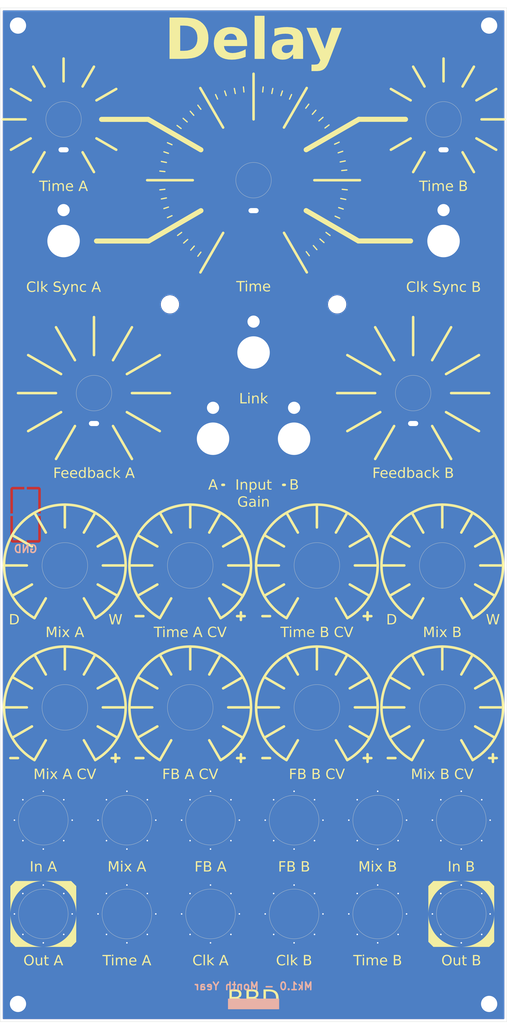
<source format=kicad_pcb>
(kicad_pcb (version 20241229) (generator "pcbnew") (generator_version "9.0")
  (title_block (title "Kosmo Format Front Panel - 10 cm") (company "DMH Instruments"))
  (layers (0 "F.Cu" signal) (2 "B.Cu" signal) (13 "F.Paste" user) (15 "B.Paste" user) (5 "F.SilkS" user "F.Silkscreen") (7 "B.SilkS" user "B.Silkscreen") (1 "F.Mask" user) (3 "B.Mask" user) (25 "Edge.Cuts" user))
  (property "Function" "")
  (net 0 "")
  (net 1 "GND")
  (footprint "SynthStuff:Pot_Cutout_Tiny_text_P110KH1" (layer "F.Cu") (at 62.75 140)
    (property "Reference" "H14")
    (property "Value" "Mix A" (at 0 13.3 0) (layer "F.SilkS") (effects (font (size 2 2))))
    (property "Text1" "D" (at -10 10.8 0) (layer "F.SilkS") (effects (font (size 2 2) (thickness 0.1))))
    (property "Text2" "W" (at 10 10.8 0) (layer "F.SilkS") (effects (font (size 2 2))))
    (fp_line (start -7.499998 0) (end -12 0) (stroke (width 0.5)) (layer "F.SilkS"))
    (fp_line (start -6.49301 -3.753771) (end -10.394285 -5.996567) (stroke (width 0.5)) (layer "F.SilkS"))
    (fp_line (start -6.49301 3.753772) (end -10.394227 5.996669) (stroke (width 0.5)) (layer "F.SilkS"))
    (fp_line (start -3.753772 -6.49301) (end -5.996669 -10.394227) (stroke (width 0.5)) (layer "F.SilkS"))
    (fp_line (start -3.753771 6.49301) (end -5.996567 10.394285) (stroke (width 0.5)) (layer "F.SilkS"))
    (fp_line (start 0 -7.5) (end 0 -12) (stroke (width 0.5)) (layer "F.SilkS"))
    (fp_line (start 3.753771 -6.49301) (end 5.996567 -10.394285) (stroke (width 0.5)) (layer "F.SilkS"))
    (fp_line (start 3.753772 6.49301) (end 5.996669 10.394227) (stroke (width 0.5)) (layer "F.SilkS"))
    (fp_line (start 6.49301 -3.753772) (end 10.394227 -5.996669) (stroke (width 0.5)) (layer "F.SilkS"))
    (fp_line (start 6.49301 3.753771) (end 10.394285 5.996567) (stroke (width 0.5)) (layer "F.SilkS"))
    (fp_line (start 7.5 0) (end 12 0) (stroke (width 0.5)) (layer "F.SilkS"))
    (fp_arc (start -5.996567 10.394285) (mid -11.591622 -3.103914) (end 0 -11.999999) (stroke (width 0.5)) (layer "F.SilkS"))
    (fp_arc (start 0 -11.999996) (mid 11.591604 -3.103969) (end 5.996669 10.394227) (stroke (width 0.5)) (layer "F.SilkS"))
    (fp_circle (center 0 0) (end 4.5 0) (stroke (width 0.05)) (fill no) (layer "Edge.Cuts"))
    (pad "1" connect circle (at 0 0) (size 12 12) (layers "F.Cu" "F.Mask") (net 1 "GND"))
    (pad "1" connect circle (at 0 0) (size 12 12) (layers "B.Cu" "B.Mask") (net 1 "GND"))
  )
  (footprint "SynthStuff:MountingHole_Rails" (layer "F.Cu") (at 53.5 226.5)
    (property "Reference" "H3")
    (property "Value" "MountingHole_Rails" (hide yes))
    (pad "1" thru_hole circle (at 0 0) (size 4 4) (drill 3.2) (layers "*.Cu" "*.Mask") (net 1 "GND"))
  )
  (footprint "SynthStuff:Jack_6.35mm_Cutout_v3" (layer "F.Cu") (at 108 190.25)
    (property "Reference" "H27")
    (property "Value" "FB B" (at 0 9.3 0) (layer "F.SilkS") (effects (font (size 2 2))))
    (fp_circle (center 0 0) (end 0 -4.9) (stroke (width 0.05)) (fill no) (layer "Edge.Cuts"))
    (pad "1" thru_hole circle (at -5.7 0) (size 0.5 0.5) (drill 0.3) (layers "*.Cu" "*.Mask") (net 1 "GND"))
    (pad "1" thru_hole circle (at -4.04 -4.03) (size 0.5 0.5) (drill 0.3) (layers "*.Cu" "*.Mask") (net 1 "GND"))
    (pad "1" thru_hole circle (at -4.03 4.04) (size 0.5 0.5) (drill 0.3) (layers "*.Cu" "*.Mask") (net 1 "GND"))
    (pad "1" thru_hole circle (at 0 -5.7) (size 0.5 0.5) (drill 0.3) (layers "*.Cu" "*.Mask") (net 1 "GND"))
    (pad "1" connect circle (at 0 0) (size 12 12) (layers "F.Cu" "F.Mask") (net 1 "GND"))
    (pad "1" connect circle (at 0 0) (size 12 12) (layers "B.Cu" "B.Mask") (net 1 "GND"))
    (pad "1" thru_hole circle (at 0 5.7) (size 0.5 0.5) (drill 0.3) (layers "*.Cu" "*.Mask") (net 1 "GND"))
    (pad "1" thru_hole circle (at 4.03 4.04) (size 0.5 0.5) (drill 0.3) (layers "*.Cu" "*.Mask") (net 1 "GND"))
    (pad "1" thru_hole circle (at 4.04 -4.03) (size 0.5 0.5) (drill 0.3) (layers "*.Cu" "*.Mask") (net 1 "GND"))
    (pad "1" thru_hole circle (at 5.7 0) (size 0.5 0.5) (drill 0.3) (layers "*.Cu" "*.Mask") (net 1 "GND"))
  )
  (footprint "SynthStuff:Jack_6.35mm_Cutout_v3" (layer "F.Cu") (at 58.5 190.25)
    (property "Reference" "H20")
    (property "Value" "In A" (at 0 9.3 0) (layer "F.SilkS") (effects (font (size 2 2))))
    (fp_circle (center 0 0) (end 0 -4.9) (stroke (width 0.05)) (fill no) (layer "Edge.Cuts"))
    (pad "1" thru_hole circle (at -5.7 0) (size 0.5 0.5) (drill 0.3) (layers "*.Cu" "*.Mask") (net 1 "GND"))
    (pad "1" thru_hole circle (at -4.04 -4.03) (size 0.5 0.5) (drill 0.3) (layers "*.Cu" "*.Mask") (net 1 "GND"))
    (pad "1" thru_hole circle (at -4.03 4.04) (size 0.5 0.5) (drill 0.3) (layers "*.Cu" "*.Mask") (net 1 "GND"))
    (pad "1" thru_hole circle (at 0 -5.7) (size 0.5 0.5) (drill 0.3) (layers "*.Cu" "*.Mask") (net 1 "GND"))
    (pad "1" connect circle (at 0 0) (size 12 12) (layers "F.Cu" "F.Mask") (net 1 "GND"))
    (pad "1" connect circle (at 0 0) (size 12 12) (layers "B.Cu" "B.Mask") (net 1 "GND"))
    (pad "1" thru_hole circle (at 0 5.7) (size 0.5 0.5) (drill 0.3) (layers "*.Cu" "*.Mask") (net 1 "GND"))
    (pad "1" thru_hole circle (at 4.03 4.04) (size 0.5 0.5) (drill 0.3) (layers "*.Cu" "*.Mask") (net 1 "GND"))
    (pad "1" thru_hole circle (at 4.04 -4.03) (size 0.5 0.5) (drill 0.3) (layers "*.Cu" "*.Mask") (net 1 "GND"))
    (pad "1" thru_hole circle (at 5.7 0) (size 0.5 0.5) (drill 0.3) (layers "*.Cu" "*.Mask") (net 1 "GND"))
  )
  (footprint "SynthStuff:Jack_6.35mm_Cutout_v3" (layer "F.Cu") (at 91.5 208.75)
    (property "Reference" "H34")
    (property "Value" "Clk A" (at 0 9.3 0) (layer "F.SilkS") (effects (font (size 2 2))))
    (fp_circle (center 0 0) (end 0 -4.9) (stroke (width 0.05)) (fill no) (layer "Edge.Cuts"))
    (pad "1" thru_hole circle (at -5.7 0) (size 0.5 0.5) (drill 0.3) (layers "*.Cu" "*.Mask") (net 1 "GND"))
    (pad "1" thru_hole circle (at -4.04 -4.03) (size 0.5 0.5) (drill 0.3) (layers "*.Cu" "*.Mask") (net 1 "GND"))
    (pad "1" thru_hole circle (at -4.03 4.04) (size 0.5 0.5) (drill 0.3) (layers "*.Cu" "*.Mask") (net 1 "GND"))
    (pad "1" thru_hole circle (at 0 -5.7) (size 0.5 0.5) (drill 0.3) (layers "*.Cu" "*.Mask") (net 1 "GND"))
    (pad "1" connect circle (at 0 0) (size 12 12) (layers "F.Cu" "F.Mask") (net 1 "GND"))
    (pad "1" connect circle (at 0 0) (size 12 12) (layers "B.Cu" "B.Mask") (net 1 "GND"))
    (pad "1" thru_hole circle (at 0 5.7) (size 0.5 0.5) (drill 0.3) (layers "*.Cu" "*.Mask") (net 1 "GND"))
    (pad "1" thru_hole circle (at 4.03 4.04) (size 0.5 0.5) (drill 0.3) (layers "*.Cu" "*.Mask") (net 1 "GND"))
    (pad "1" thru_hole circle (at 4.04 -4.03) (size 0.5 0.5) (drill 0.3) (layers "*.Cu" "*.Mask") (net 1 "GND"))
    (pad "1" thru_hole circle (at 5.7 0) (size 0.5 0.5) (drill 0.3) (layers "*.Cu" "*.Mask") (net 1 "GND"))
  )
  (footprint "SynthStuff:Pot_Cutout_Small" (layer "F.Cu") (at 68.5 106)
    (property "Reference" "H6")
    (property "Value" "Feedback A" (at 0 15.9 0) (layer "F.SilkS") (effects (font (size 2 2))))
    (fp_line (start -7.499998 0) (end -15 0) (stroke (width 0.5)) (layer "F.SilkS"))
    (fp_line (start -6.49301 -3.753771) (end -12.992858 -7.495709) (stroke (width 0.5)) (layer "F.SilkS"))
    (fp_line (start -6.49301 3.753772) (end -12.992781 7.495835) (stroke (width 0.5)) (layer "F.SilkS"))
    (fp_line (start -3.753772 -6.49301) (end -7.495837 -12.992783) (stroke (width 0.5)) (layer "F.SilkS"))
    (fp_line (start -3.753771 6.49301) (end -7.495708 12.992854) (stroke (width 0.5)) (layer "F.SilkS"))
    (fp_line (start 0 -7.5) (end 0 -15) (stroke (width 0.5)) (layer "F.SilkS"))
    (fp_line (start 3.753771 -6.49301) (end 7.495709 -12.992858) (stroke (width 0.5)) (layer "F.SilkS"))
    (fp_line (start 3.753772 6.49301) (end 7.495835 12.992782) (stroke (width 0.5)) (layer "F.SilkS"))
    (fp_line (start 6.49301 -3.753772) (end 12.992783 -7.495836) (stroke (width 0.5)) (layer "F.SilkS"))
    (fp_line (start 6.49301 3.753771) (end 12.992855 7.495709) (stroke (width 0.5)) (layer "F.SilkS"))
    (fp_line (start 7.5 0) (end 14.999999 0) (stroke (width 0.5)) (layer "F.SilkS"))
    (fp_circle (center 0 0) (end 0 3.5) (stroke (width 0.05)) (fill no) (layer "Edge.Cuts"))
    (pad "1" connect circle (at 0 0) (size 12 12) (layers "F.Cu" "F.Mask") (net 1 "GND"))
    (pad "1" connect circle (at 0 0) (size 12 12) (layers "B.Cu" "B.Mask") (net 1 "GND"))
    (pad "1" thru_hole oval (at 0 6) (size 2.5 1.5) (drill oval 2 1) (layers "*.Cu" "*.Mask") (net 1 "GND"))
  )
  (footprint "SynthStuff:Toggle_Switch_TE_Cutout" (layer "F.Cu") (at 92 115)
    (property "Reference" "H12")
    (property "Value" "A" (at 0 9.2 0) (layer "F.SilkS") (effects (font (size 2 2))))
    (pad "1" thru_hole circle (at 0 -6.1) (size 2.9 2.9) (drill 2.4) (layers "*.Cu" "*.Mask") (net 1 "GND"))
    (pad "1" thru_hole circle (at 0 0) (size 13 13) (drill 6.4) (layers "*.Cu" "*.Mask") (net 1 "GND"))
  )
  (footprint "SynthStuff:Pot_Cutout_Small" (layer "F.Cu") (at 131.5 106)
    (property "Reference" "H24")
    (property "Value" "Feedback B" (at 0 15.9 0) (layer "F.SilkS") (effects (font (size 2 2))))
    (fp_line (start -7.499998 0) (end -15 0) (stroke (width 0.5)) (layer "F.SilkS"))
    (fp_line (start -6.49301 -3.753771) (end -12.992858 -7.495709) (stroke (width 0.5)) (layer "F.SilkS"))
    (fp_line (start -6.49301 3.753772) (end -12.992781 7.495835) (stroke (width 0.5)) (layer "F.SilkS"))
    (fp_line (start -3.753772 -6.49301) (end -7.495837 -12.992783) (stroke (width 0.5)) (layer "F.SilkS"))
    (fp_line (start -3.753771 6.49301) (end -7.495708 12.992854) (stroke (width 0.5)) (layer "F.SilkS"))
    (fp_line (start 0 -7.5) (end 0 -15) (stroke (width 0.5)) (layer "F.SilkS"))
    (fp_line (start 3.753771 -6.49301) (end 7.495709 -12.992858) (stroke (width 0.5)) (layer "F.SilkS"))
    (fp_line (start 3.753772 6.49301) (end 7.495835 12.992782) (stroke (width 0.5)) (layer "F.SilkS"))
    (fp_line (start 6.49301 -3.753772) (end 12.992783 -7.495836) (stroke (width 0.5)) (layer "F.SilkS"))
    (fp_line (start 6.49301 3.753771) (end 12.992855 7.495709) (stroke (width 0.5)) (layer "F.SilkS"))
    (fp_line (start 7.5 0) (end 14.999999 0) (stroke (width 0.5)) (layer "F.SilkS"))
    (fp_circle (center 0 0) (end 0 3.5) (stroke (width 0.05)) (fill no) (layer "Edge.Cuts"))
    (pad "1" connect circle (at 0 0) (size 12 12) (layers "F.Cu" "F.Mask") (net 1 "GND"))
    (pad "1" connect circle (at 0 0) (size 12 12) (layers "B.Cu" "B.Mask") (net 1 "GND"))
    (pad "1" thru_hole oval (at 0 6) (size 2.5 1.5) (drill oval 2 1) (layers "*.Cu" "*.Mask") (net 1 "GND"))
  )
  (footprint "SynthStuff:Jack_6.35mm_Cutout_v3" (layer "F.Cu") (at 75 190.25)
    (property "Reference" "H32")
    (property "Value" "Mix A" (at 0 9.3 0) (layer "F.SilkS") (effects (font (size 2 2))))
    (fp_circle (center 0 0) (end 0 -4.9) (stroke (width 0.05)) (fill no) (layer "Edge.Cuts"))
    (pad "1" thru_hole circle (at -5.7 0) (size 0.5 0.5) (drill 0.3) (layers "*.Cu" "*.Mask") (net 1 "GND"))
    (pad "1" thru_hole circle (at -4.04 -4.03) (size 0.5 0.5) (drill 0.3) (layers "*.Cu" "*.Mask") (net 1 "GND"))
    (pad "1" thru_hole circle (at -4.03 4.04) (size 0.5 0.5) (drill 0.3) (layers "*.Cu" "*.Mask") (net 1 "GND"))
    (pad "1" thru_hole circle (at 0 -5.7) (size 0.5 0.5) (drill 0.3) (layers "*.Cu" "*.Mask") (net 1 "GND"))
    (pad "1" connect circle (at 0 0) (size 12 12) (layers "F.Cu" "F.Mask") (net 1 "GND"))
    (pad "1" connect circle (at 0 0) (size 12 12) (layers "B.Cu" "B.Mask") (net 1 "GND"))
    (pad "1" thru_hole circle (at 0 5.7) (size 0.5 0.5) (drill 0.3) (layers "*.Cu" "*.Mask") (net 1 "GND"))
    (pad "1" thru_hole circle (at 4.03 4.04) (size 0.5 0.5) (drill 0.3) (layers "*.Cu" "*.Mask") (net 1 "GND"))
    (pad "1" thru_hole circle (at 4.04 -4.03) (size 0.5 0.5) (drill 0.3) (layers "*.Cu" "*.Mask") (net 1 "GND"))
    (pad "1" thru_hole circle (at 5.7 0) (size 0.5 0.5) (drill 0.3) (layers "*.Cu" "*.Mask") (net 1 "GND"))
  )
  (footprint "SynthStuff:Jack_6.35mm_Cutout_Output_v6" (layer "F.Cu") (at 141 208.75)
    (property "Reference" "H23")
    (property "Value" "Out B" (at 0 9.3 0) (layer "F.SilkS") (effects (font (size 2 2))))
    (fp_poly (pts (xy -6.5 5.5) (arc (start -6.5 0) (mid -4.596194 4.596194) (end 0 6.5)) (xy -5.5 6.5)) (fill yes) (layer "F.SilkS"))
    (fp_poly (pts (xy -5.5 -6.5) (arc (start 0 -6.5) (mid -4.596194 -4.596194) (end -6.5 0)) (xy -6.5 -5.5)) (fill yes) (layer "F.SilkS"))
    (fp_poly (pts (xy 5.5 6.5) (arc (start 0 6.5) (mid 4.596194 4.596194) (end 6.5 0)) (xy 6.5 5.5)) (fill yes) (layer "F.SilkS"))
    (fp_poly (pts (xy 6.5 -5.5) (arc (start 6.5 0) (mid 4.596194 -4.596194) (end 0 -6.5)) (xy 5.5 -6.5)) (fill yes) (layer "F.SilkS"))
    (fp_circle (center 0 0) (end 0 -4.9) (stroke (width 0.05)) (fill no) (layer "Edge.Cuts"))
    (pad "1" thru_hole circle (at -5.7 0) (size 0.5 0.5) (drill 0.3) (layers "*.Cu" "*.Mask") (net 1 "GND"))
    (pad "1" thru_hole circle (at -4.04 -4.03) (size 0.5 0.5) (drill 0.3) (layers "*.Cu" "*.Mask") (net 1 "GND"))
    (pad "1" thru_hole circle (at -4.03 4.04) (size 0.5 0.5) (drill 0.3) (layers "*.Cu" "*.Mask") (net 1 "GND"))
    (pad "1" thru_hole circle (at 0 -5.7) (size 0.5 0.5) (drill 0.3) (layers "*.Cu" "*.Mask") (net 1 "GND"))
    (pad "1" connect circle (at 0 0) (size 12 12) (layers "F.Cu" "F.Mask") (net 1 "GND"))
    (pad "1" connect circle (at 0 0) (size 12 12) (layers "B.Cu" "B.Mask") (net 1 "GND"))
    (pad "1" thru_hole circle (at 0 5.7) (size 0.5 0.5) (drill 0.3) (layers "*.Cu" "*.Mask") (net 1 "GND"))
    (pad "1" thru_hole circle (at 4.03 4.04) (size 0.5 0.5) (drill 0.3) (layers "*.Cu" "*.Mask") (net 1 "GND"))
    (pad "1" thru_hole circle (at 4.04 -4.03) (size 0.5 0.5) (drill 0.3) (layers "*.Cu" "*.Mask") (net 1 "GND"))
    (pad "1" thru_hole circle (at 5.7 0) (size 0.5 0.5) (drill 0.3) (layers "*.Cu" "*.Mask") (net 1 "GND"))
  )
  (footprint "SynthStuff:Toggle_Switch_TE_Cutout" (layer "F.Cu") (at 137.5 76)
    (property "Reference" "H19")
    (property "Value" "Clk Sync B" (at 0 9.2 0) (layer "F.SilkS") (effects (font (size 2 2))))
    (pad "1" thru_hole circle (at 0 -6.1) (size 2.9 2.9) (drill 2.4) (layers "*.Cu" "*.Mask") (net 1 "GND"))
    (pad "1" thru_hole circle (at 0 0) (size 13 13) (drill 6.4) (layers "*.Cu" "*.Mask") (net 1 "GND"))
  )
  (footprint "SynthStuff:Pot_Cutout_Tiny_attv_P110KH1" (layer "F.Cu") (at 137.25 168)
    (property "Reference" "H16")
    (property "Value" "Mix B CV" (at 0 13.3 0) (layer "F.SilkS") (effects (font (size 2 2))))
    (fp_line (start -10.75 10) (end -9.25 10) (stroke (width 0.5)) (layer "F.SilkS"))
    (fp_line (start -7.499998 0) (end -12 0) (stroke (width 0.5)) (layer "F.SilkS"))
    (fp_line (start -6.49301 -3.753771) (end -10.394285 -5.996567) (stroke (width 0.5)) (layer "F.SilkS"))
    (fp_line (start -6.49301 3.753772) (end -10.394227 5.996669) (stroke (width 0.5)) (layer "F.SilkS"))
    (fp_line (start -3.753772 -6.49301) (end -5.996669 -10.394227) (stroke (width 0.5)) (layer "F.SilkS"))
    (fp_line (start -3.753771 6.49301) (end -5.996567 10.394285) (stroke (width 0.5)) (layer "F.SilkS"))
    (fp_line (start 0 -7.5) (end 0 -12) (stroke (width 0.5)) (layer "F.SilkS"))
    (fp_line (start 3.753771 -6.49301) (end 5.996567 -10.394285) (stroke (width 0.5)) (layer "F.SilkS"))
    (fp_line (start 3.753772 6.49301) (end 5.996669 10.394227) (stroke (width 0.5)) (layer "F.SilkS"))
    (fp_line (start 6.49301 -3.753772) (end 10.394227 -5.996669) (stroke (width 0.5)) (layer "F.SilkS"))
    (fp_line (start 6.49301 3.753771) (end 10.394285 5.996567) (stroke (width 0.5)) (layer "F.SilkS"))
    (fp_line (start 7.5 0) (end 12 0) (stroke (width 0.5)) (layer "F.SilkS"))
    (fp_line (start 9.25 10) (end 10.75 10) (stroke (width 0.5)) (layer "F.SilkS"))
    (fp_line (start 10 10.75) (end 10 9.25) (stroke (width 0.5)) (layer "F.SilkS"))
    (fp_arc (start -5.996567 10.394285) (mid -11.591622 -3.103914) (end 0 -11.999999) (stroke (width 0.5)) (layer "F.SilkS"))
    (fp_arc (start 0 -11.999996) (mid 11.591604 -3.103969) (end 5.996669 10.394227) (stroke (width 0.5)) (layer "F.SilkS"))
    (fp_circle (center 0 0) (end 4.5 0) (stroke (width 0.05)) (fill no) (layer "Edge.Cuts"))
    (pad "1" connect circle (at 0 0) (size 12 12) (layers "F.Cu" "F.Mask") (net 1 "GND"))
    (pad "1" connect circle (at 0 0) (size 12 12) (layers "B.Cu" "B.Mask") (net 1 "GND"))
  )
  (footprint "SynthStuff:Jack_6.35mm_Cutout_Output_v6" (layer "F.Cu") (at 58.5 208.75)
    (property "Reference" "H22")
    (property "Value" "Out A" (at 0 9.3 0) (layer "F.SilkS") (effects (font (size 2 2))))
    (fp_poly (pts (xy -6.5 5.5) (arc (start -6.5 0) (mid -4.596194 4.596194) (end 0 6.5)) (xy -5.5 6.5)) (fill yes) (layer "F.SilkS"))
    (fp_poly (pts (xy -5.5 -6.5) (arc (start 0 -6.5) (mid -4.596194 -4.596194) (end -6.5 0)) (xy -6.5 -5.5)) (fill yes) (layer "F.SilkS"))
    (fp_poly (pts (xy 5.5 6.5) (arc (start 0 6.5) (mid 4.596194 4.596194) (end 6.5 0)) (xy 6.5 5.5)) (fill yes) (layer "F.SilkS"))
    (fp_poly (pts (xy 6.5 -5.5) (arc (start 6.5 0) (mid 4.596194 -4.596194) (end 0 -6.5)) (xy 5.5 -6.5)) (fill yes) (layer "F.SilkS"))
    (fp_circle (center 0 0) (end 0 -4.9) (stroke (width 0.05)) (fill no) (layer "Edge.Cuts"))
    (pad "1" thru_hole circle (at -5.7 0) (size 0.5 0.5) (drill 0.3) (layers "*.Cu" "*.Mask") (net 1 "GND"))
    (pad "1" thru_hole circle (at -4.04 -4.03) (size 0.5 0.5) (drill 0.3) (layers "*.Cu" "*.Mask") (net 1 "GND"))
    (pad "1" thru_hole circle (at -4.03 4.04) (size 0.5 0.5) (drill 0.3) (layers "*.Cu" "*.Mask") (net 1 "GND"))
    (pad "1" thru_hole circle (at 0 -5.7) (size 0.5 0.5) (drill 0.3) (layers "*.Cu" "*.Mask") (net 1 "GND"))
    (pad "1" connect circle (at 0 0) (size 12 12) (layers "F.Cu" "F.Mask") (net 1 "GND"))
    (pad "1" connect circle (at 0 0) (size 12 12) (layers "B.Cu" "B.Mask") (net 1 "GND"))
    (pad "1" thru_hole circle (at 0 5.7) (size 0.5 0.5) (drill 0.3) (layers "*.Cu" "*.Mask") (net 1 "GND"))
    (pad "1" thru_hole circle (at 4.03 4.04) (size 0.5 0.5) (drill 0.3) (layers "*.Cu" "*.Mask") (net 1 "GND"))
    (pad "1" thru_hole circle (at 4.04 -4.03) (size 0.5 0.5) (drill 0.3) (layers "*.Cu" "*.Mask") (net 1 "GND"))
    (pad "1" thru_hole circle (at 5.7 0) (size 0.5 0.5) (drill 0.3) (layers "*.Cu" "*.Mask") (net 1 "GND"))
  )
  (footprint "SynthStuff:Pot_Cutout_Tiny_attv_P110KH1" (layer "F.Cu") (at 112.5 140)
    (property "Reference" "H11")
    (property "Value" "Time B CV" (at 0 13.3 0) (layer "F.SilkS") (effects (font (size 2 2))))
    (fp_line (start -10.75 10) (end -9.25 10) (stroke (width 0.5)) (layer "F.SilkS"))
    (fp_line (start -7.499998 0) (end -12 0) (stroke (width 0.5)) (layer "F.SilkS"))
    (fp_line (start -6.49301 -3.753771) (end -10.394285 -5.996567) (stroke (width 0.5)) (layer "F.SilkS"))
    (fp_line (start -6.49301 3.753772) (end -10.394227 5.996669) (stroke (width 0.5)) (layer "F.SilkS"))
    (fp_line (start -3.753772 -6.49301) (end -5.996669 -10.394227) (stroke (width 0.5)) (layer "F.SilkS"))
    (fp_line (start -3.753771 6.49301) (end -5.996567 10.394285) (stroke (width 0.5)) (layer "F.SilkS"))
    (fp_line (start 0 -7.5) (end 0 -12) (stroke (width 0.5)) (layer "F.SilkS"))
    (fp_line (start 3.753771 -6.49301) (end 5.996567 -10.394285) (stroke (width 0.5)) (layer "F.SilkS"))
    (fp_line (start 3.753772 6.49301) (end 5.996669 10.394227) (stroke (width 0.5)) (layer "F.SilkS"))
    (fp_line (start 6.49301 -3.753772) (end 10.394227 -5.996669) (stroke (width 0.5)) (layer "F.SilkS"))
    (fp_line (start 6.49301 3.753771) (end 10.394285 5.996567) (stroke (width 0.5)) (layer "F.SilkS"))
    (fp_line (start 7.5 0) (end 12 0) (stroke (width 0.5)) (layer "F.SilkS"))
    (fp_line (start 9.25 10) (end 10.75 10) (stroke (width 0.5)) (layer "F.SilkS"))
    (fp_line (start 10 10.75) (end 10 9.25) (stroke (width 0.5)) (layer "F.SilkS"))
    (fp_arc (start -5.996567 10.394285) (mid -11.591622 -3.103914) (end 0 -11.999999) (stroke (width 0.5)) (layer "F.SilkS"))
    (fp_arc (start 0 -11.999996) (mid 11.591604 -3.103969) (end 5.996669 10.394227) (stroke (width 0.5)) (layer "F.SilkS"))
    (fp_circle (center 0 0) (end 4.5 0) (stroke (width 0.05)) (fill no) (layer "Edge.Cuts"))
    (pad "1" connect circle (at 0 0) (size 12 12) (layers "F.Cu" "F.Mask") (net 1 "GND"))
    (pad "1" connect circle (at 0 0) (size 12 12) (layers "B.Cu" "B.Mask") (net 1 "GND"))
  )
  (footprint "SynthStuff:Jack_6.35mm_Cutout_v3" (layer "F.Cu") (at 124.5 190.25)
    (property "Reference" "H33")
    (property "Value" "Mix B" (at 0 9.3 0) (layer "F.SilkS") (effects (font (size 2 2))))
    (fp_circle (center 0 0) (end 0 -4.9) (stroke (width 0.05)) (fill no) (layer "Edge.Cuts"))
    (pad "1" thru_hole circle (at -5.7 0) (size 0.5 0.5) (drill 0.3) (layers "*.Cu" "*.Mask") (net 1 "GND"))
    (pad "1" thru_hole circle (at -4.04 -4.03) (size 0.5 0.5) (drill 0.3) (layers "*.Cu" "*.Mask") (net 1 "GND"))
    (pad "1" thru_hole circle (at -4.03 4.04) (size 0.5 0.5) (drill 0.3) (layers "*.Cu" "*.Mask") (net 1 "GND"))
    (pad "1" thru_hole circle (at 0 -5.7) (size 0.5 0.5) (drill 0.3) (layers "*.Cu" "*.Mask") (net 1 "GND"))
    (pad "1" connect circle (at 0 0) (size 12 12) (layers "F.Cu" "F.Mask") (net 1 "GND"))
    (pad "1" connect circle (at 0 0) (size 12 12) (layers "B.Cu" "B.Mask") (net 1 "GND"))
    (pad "1" thru_hole circle (at 0 5.7) (size 0.5 0.5) (drill 0.3) (layers "*.Cu" "*.Mask") (net 1 "GND"))
    (pad "1" thru_hole circle (at 4.03 4.04) (size 0.5 0.5) (drill 0.3) (layers "*.Cu" "*.Mask") (net 1 "GND"))
    (pad "1" thru_hole circle (at 4.04 -4.03) (size 0.5 0.5) (drill 0.3) (layers "*.Cu" "*.Mask") (net 1 "GND"))
    (pad "1" thru_hole circle (at 5.7 0) (size 0.5 0.5) (drill 0.3) (layers "*.Cu" "*.Mask") (net 1 "GND"))
  )
  (footprint "SynthStuff:Pot_Cutout_Tiny_attv_P110KH1" (layer "F.Cu") (at 87.5 140)
    (property "Reference" "H10")
    (property "Value" "Time A CV" (at 0 13.3 0) (layer "F.SilkS") (effects (font (size 2 2))))
    (fp_line (start -10.75 10) (end -9.25 10) (stroke (width 0.5)) (layer "F.SilkS"))
    (fp_line (start -7.499998 0) (end -12 0) (stroke (width 0.5)) (layer "F.SilkS"))
    (fp_line (start -6.49301 -3.753771) (end -10.394285 -5.996567) (stroke (width 0.5)) (layer "F.SilkS"))
    (fp_line (start -6.49301 3.753772) (end -10.394227 5.996669) (stroke (width 0.5)) (layer "F.SilkS"))
    (fp_line (start -3.753772 -6.49301) (end -5.996669 -10.394227) (stroke (width 0.5)) (layer "F.SilkS"))
    (fp_line (start -3.753771 6.49301) (end -5.996567 10.394285) (stroke (width 0.5)) (layer "F.SilkS"))
    (fp_line (start 0 -7.5) (end 0 -12) (stroke (width 0.5)) (layer "F.SilkS"))
    (fp_line (start 3.753771 -6.49301) (end 5.996567 -10.394285) (stroke (width 0.5)) (layer "F.SilkS"))
    (fp_line (start 3.753772 6.49301) (end 5.996669 10.394227) (stroke (width 0.5)) (layer "F.SilkS"))
    (fp_line (start 6.49301 -3.753772) (end 10.394227 -5.996669) (stroke (width 0.5)) (layer "F.SilkS"))
    (fp_line (start 6.49301 3.753771) (end 10.394285 5.996567) (stroke (width 0.5)) (layer "F.SilkS"))
    (fp_line (start 7.5 0) (end 12 0) (stroke (width 0.5)) (layer "F.SilkS"))
    (fp_line (start 9.25 10) (end 10.75 10) (stroke (width 0.5)) (layer "F.SilkS"))
    (fp_line (start 10 10.75) (end 10 9.25) (stroke (width 0.5)) (layer "F.SilkS"))
    (fp_arc (start -5.996567 10.394285) (mid -11.591622 -3.103914) (end 0 -11.999999) (stroke (width 0.5)) (layer "F.SilkS"))
    (fp_arc (start 0 -11.999996) (mid 11.591604 -3.103969) (end 5.996669 10.394227) (stroke (width 0.5)) (layer "F.SilkS"))
    (fp_circle (center 0 0) (end 4.5 0) (stroke (width 0.05)) (fill no) (layer "Edge.Cuts"))
    (pad "1" connect circle (at 0 0) (size 12 12) (layers "F.Cu" "F.Mask") (net 1 "GND"))
    (pad "1" connect circle (at 0 0) (size 12 12) (layers "B.Cu" "B.Mask") (net 1 "GND"))
  )
  (footprint "SynthStuff:Pot_Cutout_Tiny" (layer "F.Cu") (at 137.5 52)
    (property "Reference" "H9")
    (property "Value" "Time B" (at 0 13.3 0) (layer "F.SilkS") (effects (font (size 2 2))))
    (fp_line (start -7.499998 0) (end -12 0) (stroke (width 0.5)) (layer "F.SilkS"))
    (fp_line (start -6.49301 -3.753771) (end -10.394285 -5.996567) (stroke (width 0.5)) (layer "F.SilkS"))
    (fp_line (start -6.49301 3.753772) (end -10.394227 5.996669) (stroke (width 0.5)) (layer "F.SilkS"))
    (fp_line (start -3.753772 -6.49301) (end -5.996669 -10.394227) (stroke (width 0.5)) (layer "F.SilkS"))
    (fp_line (start -3.753771 6.49301) (end -5.996567 10.394285) (stroke (width 0.5)) (layer "F.SilkS"))
    (fp_line (start 0 -7.5) (end 0 -12) (stroke (width 0.5)) (layer "F.SilkS"))
    (fp_line (start 3.753771 -6.49301) (end 5.996567 -10.394285) (stroke (width 0.5)) (layer "F.SilkS"))
    (fp_line (start 3.753772 6.49301) (end 5.996669 10.394227) (stroke (width 0.5)) (layer "F.SilkS"))
    (fp_line (start 6.49301 -3.753772) (end 10.394227 -5.996669) (stroke (width 0.5)) (layer "F.SilkS"))
    (fp_line (start 6.49301 3.753771) (end 10.394285 5.996567) (stroke (width 0.5)) (layer "F.SilkS"))
    (fp_line (start 7.5 0) (end 12 0) (stroke (width 0.5)) (layer "F.SilkS"))
    (fp_circle (center 0 0) (end 0 3.5) (stroke (width 0.05)) (fill no) (layer "Edge.Cuts"))
    (pad "1" connect circle (at 0 0) (size 12 12) (layers "F.Cu" "F.Mask") (net 1 "GND"))
    (pad "1" connect circle (at 0 0) (size 12 12) (layers "B.Cu" "B.Mask") (net 1 "GND"))
    (pad "1" thru_hole oval (at 0 6) (size 2.5 1.5) (drill oval 2 1) (layers "*.Cu" "*.Mask") (net 1 "GND"))
  )
  (footprint "SynthStuff:Pot_Cutout_Tiny_attv_P110KH1" (layer "F.Cu") (at 62.75 168)
    (property "Reference" "H17")
    (property "Value" "Mix A CV" (at 0 13.3 0) (layer "F.SilkS") (effects (font (size 2 2))))
    (fp_line (start -10.75 10) (end -9.25 10) (stroke (width 0.5)) (layer "F.SilkS"))
    (fp_line (start -7.499998 0) (end -12 0) (stroke (width 0.5)) (layer "F.SilkS"))
    (fp_line (start -6.49301 -3.753771) (end -10.394285 -5.996567) (stroke (width 0.5)) (layer "F.SilkS"))
    (fp_line (start -6.49301 3.753772) (end -10.394227 5.996669) (stroke (width 0.5)) (layer "F.SilkS"))
    (fp_line (start -3.753772 -6.49301) (end -5.996669 -10.394227) (stroke (width 0.5)) (layer "F.SilkS"))
    (fp_line (start -3.753771 6.49301) (end -5.996567 10.394285) (stroke (width 0.5)) (layer "F.SilkS"))
    (fp_line (start 0 -7.5) (end 0 -12) (stroke (width 0.5)) (layer "F.SilkS"))
    (fp_line (start 3.753771 -6.49301) (end 5.996567 -10.394285) (stroke (width 0.5)) (layer "F.SilkS"))
    (fp_line (start 3.753772 6.49301) (end 5.996669 10.394227) (stroke (width 0.5)) (layer "F.SilkS"))
    (fp_line (start 6.49301 -3.753772) (end 10.394227 -5.996669) (stroke (width 0.5)) (layer "F.SilkS"))
    (fp_line (start 6.49301 3.753771) (end 10.394285 5.996567) (stroke (width 0.5)) (layer "F.SilkS"))
    (fp_line (start 7.5 0) (end 12 0) (stroke (width 0.5)) (layer "F.SilkS"))
    (fp_line (start 9.25 10) (end 10.75 10) (stroke (width 0.5)) (layer "F.SilkS"))
    (fp_line (start 10 10.75) (end 10 9.25) (stroke (width 0.5)) (layer "F.SilkS"))
    (fp_arc (start -5.996567 10.394285) (mid -11.591622 -3.103914) (end 0 -11.999999) (stroke (width 0.5)) (layer "F.SilkS"))
    (fp_arc (start 0 -11.999996) (mid 11.591604 -3.103969) (end 5.996669 10.394227) (stroke (width 0.5)) (layer "F.SilkS"))
    (fp_circle (center 0 0) (end 4.5 0) (stroke (width 0.05)) (fill no) (layer "Edge.Cuts"))
    (pad "1" connect circle (at 0 0) (size 12 12) (layers "F.Cu" "F.Mask") (net 1 "GND"))
    (pad "1" connect circle (at 0 0) (size 12 12) (layers "B.Cu" "B.Mask") (net 1 "GND"))
  )
  (footprint "SynthStuff:Jack_6.35mm_Cutout_v3" (layer "F.Cu") (at 108 208.75)
    (property "Reference" "H35")
    (property "Value" "Clk B" (at 0 9.3 0) (layer "F.SilkS") (effects (font (size 2 2))))
    (fp_circle (center 0 0) (end 0 -4.9) (stroke (width 0.05)) (fill no) (layer "Edge.Cuts"))
    (pad "1" thru_hole circle (at -5.7 0) (size 0.5 0.5) (drill 0.3) (layers "*.Cu" "*.Mask") (net 1 "GND"))
    (pad "1" thru_hole circle (at -4.04 -4.03) (size 0.5 0.5) (drill 0.3) (layers "*.Cu" "*.Mask") (net 1 "GND"))
    (pad "1" thru_hole circle (at -4.03 4.04) (size 0.5 0.5) (drill 0.3) (layers "*.Cu" "*.Mask") (net 1 "GND"))
    (pad "1" thru_hole circle (at 0 -5.7) (size 0.5 0.5) (drill 0.3) (layers "*.Cu" "*.Mask") (net 1 "GND"))
    (pad "1" connect circle (at 0 0) (size 12 12) (layers "F.Cu" "F.Mask") (net 1 "GND"))
    (pad "1" connect circle (at 0 0) (size 12 12) (layers "B.Cu" "B.Mask") (net 1 "GND"))
    (pad "1" thru_hole circle (at 0 5.7) (size 0.5 0.5) (drill 0.3) (layers "*.Cu" "*.Mask") (net 1 "GND"))
    (pad "1" thru_hole circle (at 4.03 4.04) (size 0.5 0.5) (drill 0.3) (layers "*.Cu" "*.Mask") (net 1 "GND"))
    (pad "1" thru_hole circle (at 4.04 -4.03) (size 0.5 0.5) (drill 0.3) (layers "*.Cu" "*.Mask") (net 1 "GND"))
    (pad "1" thru_hole circle (at 5.7 0) (size 0.5 0.5) (drill 0.3) (layers "*.Cu" "*.Mask") (net 1 "GND"))
  )
  (footprint "SynthStuff:Pot_Cutout_Tiny_attv_P110KH1" (layer "F.Cu") (at 112.5 168)
    (property "Reference" "H25")
    (property "Value" "FB B CV" (at 0 13.3 0) (layer "F.SilkS") (effects (font (size 2 2))))
    (fp_line (start -10.75 10) (end -9.25 10) (stroke (width 0.5)) (layer "F.SilkS"))
    (fp_line (start -7.499998 0) (end -12 0) (stroke (width 0.5)) (layer "F.SilkS"))
    (fp_line (start -6.49301 -3.753771) (end -10.394285 -5.996567) (stroke (width 0.5)) (layer "F.SilkS"))
    (fp_line (start -6.49301 3.753772) (end -10.394227 5.996669) (stroke (width 0.5)) (layer "F.SilkS"))
    (fp_line (start -3.753772 -6.49301) (end -5.996669 -10.394227) (stroke (width 0.5)) (layer "F.SilkS"))
    (fp_line (start -3.753771 6.49301) (end -5.996567 10.394285) (stroke (width 0.5)) (layer "F.SilkS"))
    (fp_line (start 0 -7.5) (end 0 -12) (stroke (width 0.5)) (layer "F.SilkS"))
    (fp_line (start 3.753771 -6.49301) (end 5.996567 -10.394285) (stroke (width 0.5)) (layer "F.SilkS"))
    (fp_line (start 3.753772 6.49301) (end 5.996669 10.394227) (stroke (width 0.5)) (layer "F.SilkS"))
    (fp_line (start 6.49301 -3.753772) (end 10.394227 -5.996669) (stroke (width 0.5)) (layer "F.SilkS"))
    (fp_line (start 6.49301 3.753771) (end 10.394285 5.996567) (stroke (width 0.5)) (layer "F.SilkS"))
    (fp_line (start 7.5 0) (end 12 0) (stroke (width 0.5)) (layer "F.SilkS"))
    (fp_line (start 9.25 10) (end 10.75 10) (stroke (width 0.5)) (layer "F.SilkS"))
    (fp_line (start 10 10.75) (end 10 9.25) (stroke (width 0.5)) (layer "F.SilkS"))
    (fp_arc (start -5.996567 10.394285) (mid -11.591622 -3.103914) (end 0 -11.999999) (stroke (width 0.5)) (layer "F.SilkS"))
    (fp_arc (start 0 -11.999996) (mid 11.591604 -3.103969) (end 5.996669 10.394227) (stroke (width 0.5)) (layer "F.SilkS"))
    (fp_circle (center 0 0) (end 4.5 0) (stroke (width 0.05)) (fill no) (layer "Edge.Cuts"))
    (pad "1" connect circle (at 0 0) (size 12 12) (layers "F.Cu" "F.Mask") (net 1 "GND"))
    (pad "1" connect circle (at 0 0) (size 12 12) (layers "B.Cu" "B.Mask") (net 1 "GND"))
  )
  (footprint "SynthStuff:Pot_Cutout_Tiny" (layer "F.Cu") (at 62.5 52)
    (property "Reference" "H8")
    (property "Value" "Time A" (at 0 13.3 0) (layer "F.SilkS") (effects (font (size 2 2))))
    (fp_line (start -7.499998 0) (end -12 0) (stroke (width 0.5)) (layer "F.SilkS"))
    (fp_line (start -6.49301 -3.753771) (end -10.394285 -5.996567) (stroke (width 0.5)) (layer "F.SilkS"))
    (fp_line (start -6.49301 3.753772) (end -10.394227 5.996669) (stroke (width 0.5)) (layer "F.SilkS"))
    (fp_line (start -3.753772 -6.49301) (end -5.996669 -10.394227) (stroke (width 0.5)) (layer "F.SilkS"))
    (fp_line (start -3.753771 6.49301) (end -5.996567 10.394285) (stroke (width 0.5)) (layer "F.SilkS"))
    (fp_line (start 0 -7.5) (end 0 -12) (stroke (width 0.5)) (layer "F.SilkS"))
    (fp_line (start 3.753771 -6.49301) (end 5.996567 -10.394285) (stroke (width 0.5)) (layer "F.SilkS"))
    (fp_line (start 3.753772 6.49301) (end 5.996669 10.394227) (stroke (width 0.5)) (layer "F.SilkS"))
    (fp_line (start 6.49301 -3.753772) (end 10.394227 -5.996669) (stroke (width 0.5)) (layer "F.SilkS"))
    (fp_line (start 6.49301 3.753771) (end 10.394285 5.996567) (stroke (width 0.5)) (layer "F.SilkS"))
    (fp_line (start 7.5 0) (end 12 0) (stroke (width 0.5)) (layer "F.SilkS"))
    (fp_circle (center 0 0) (end 0 3.5) (stroke (width 0.05)) (fill no) (layer "Edge.Cuts"))
    (pad "1" connect circle (at 0 0) (size 12 12) (layers "F.Cu" "F.Mask") (net 1 "GND"))
    (pad "1" connect circle (at 0 0) (size 12 12) (layers "B.Cu" "B.Mask") (net 1 "GND"))
    (pad "1" thru_hole oval (at 0 6) (size 2.5 1.5) (drill oval 2 1) (layers "*.Cu" "*.Mask") (net 1 "GND"))
  )
  (footprint "SynthStuff:Toggle_Switch_TE_Cutout" (layer "F.Cu") (at 100 98)
    (property "Reference" "H36")
    (property "Value" "Link" (at 0 9.2 0) (layer "F.SilkS") (effects (font (size 2 2))))
    (pad "1" thru_hole circle (at 0 -6.1) (size 2.9 2.9) (drill 2.4) (layers "*.Cu" "*.Mask") (net 1 "GND"))
    (pad "1" thru_hole circle (at 0 0) (size 13 13) (drill 6.4) (layers "*.Cu" "*.Mask") (net 1 "GND"))
  )
  (footprint "SynthStuff:Jack_6.35mm_Cutout_v3" (layer "F.Cu") (at 91.5 190.25)
    (property "Reference" "H26")
    (property "Value" "FB A" (at 0 9.3 0) (layer "F.SilkS") (effects (font (size 2 2))))
    (fp_circle (center 0 0) (end 0 -4.9) (stroke (width 0.05)) (fill no) (layer "Edge.Cuts"))
    (pad "1" thru_hole circle (at -5.7 0) (size 0.5 0.5) (drill 0.3) (layers "*.Cu" "*.Mask") (net 1 "GND"))
    (pad "1" thru_hole circle (at -4.04 -4.03) (size 0.5 0.5) (drill 0.3) (layers "*.Cu" "*.Mask") (net 1 "GND"))
    (pad "1" thru_hole circle (at -4.03 4.04) (size 0.5 0.5) (drill 0.3) (layers "*.Cu" "*.Mask") (net 1 "GND"))
    (pad "1" thru_hole circle (at 0 -5.7) (size 0.5 0.5) (drill 0.3) (layers "*.Cu" "*.Mask") (net 1 "GND"))
    (pad "1" connect circle (at 0 0) (size 12 12) (layers "F.Cu" "F.Mask") (net 1 "GND"))
    (pad "1" connect circle (at 0 0) (size 12 12) (layers "B.Cu" "B.Mask") (net 1 "GND"))
    (pad "1" thru_hole circle (at 0 5.7) (size 0.5 0.5) (drill 0.3) (layers "*.Cu" "*.Mask") (net 1 "GND"))
    (pad "1" thru_hole circle (at 4.03 4.04) (size 0.5 0.5) (drill 0.3) (layers "*.Cu" "*.Mask") (net 1 "GND"))
    (pad "1" thru_hole circle (at 4.04 -4.03) (size 0.5 0.5) (drill 0.3) (layers "*.Cu" "*.Mask") (net 1 "GND"))
    (pad "1" thru_hole circle (at 5.7 0) (size 0.5 0.5) (drill 0.3) (layers "*.Cu" "*.Mask") (net 1 "GND"))
  )
  (footprint "SynthStuff:Jack_6.35mm_Cutout_v3" (layer "F.Cu") (at 141 190.25)
    (property "Reference" "H21")
    (property "Value" "In B" (at 0 9.3 0) (layer "F.SilkS") (effects (font (size 2 2))))
    (fp_circle (center 0 0) (end 0 -4.9) (stroke (width 0.05)) (fill no) (layer "Edge.Cuts"))
    (pad "1" thru_hole circle (at -5.7 0) (size 0.5 0.5) (drill 0.3) (layers "*.Cu" "*.Mask") (net 1 "GND"))
    (pad "1" thru_hole circle (at -4.04 -4.03) (size 0.5 0.5) (drill 0.3) (layers "*.Cu" "*.Mask") (net 1 "GND"))
    (pad "1" thru_hole circle (at -4.03 4.04) (size 0.5 0.5) (drill 0.3) (layers "*.Cu" "*.Mask") (net 1 "GND"))
    (pad "1" thru_hole circle (at 0 -5.7) (size 0.5 0.5) (drill 0.3) (layers "*.Cu" "*.Mask") (net 1 "GND"))
    (pad "1" connect circle (at 0 0) (size 12 12) (layers "F.Cu" "F.Mask") (net 1 "GND"))
    (pad "1" connect circle (at 0 0) (size 12 12) (layers "B.Cu" "B.Mask") (net 1 "GND"))
    (pad "1" thru_hole circle (at 0 5.7) (size 0.5 0.5) (drill 0.3) (layers "*.Cu" "*.Mask") (net 1 "GND"))
    (pad "1" thru_hole circle (at 4.03 4.04) (size 0.5 0.5) (drill 0.3) (layers "*.Cu" "*.Mask") (net 1 "GND"))
    (pad "1" thru_hole circle (at 4.04 -4.03) (size 0.5 0.5) (drill 0.3) (layers "*.Cu" "*.Mask") (net 1 "GND"))
    (pad "1" thru_hole circle (at 5.7 0) (size 0.5 0.5) (drill 0.3) (layers "*.Cu" "*.Mask") (net 1 "GND"))
  )
  (footprint "SynthStuff:Toggle_Switch_TE_Cutout" (layer "F.Cu") (at 108 115)
    (property "Reference" "H13")
    (property "Value" "B" (at 0 9.2 0) (layer "F.SilkS") (effects (font (size 2 2))))
    (pad "1" thru_hole circle (at 0 -6.1) (size 2.9 2.9) (drill 2.4) (layers "*.Cu" "*.Mask") (net 1 "GND"))
    (pad "1" thru_hole circle (at 0 0) (size 13 13) (drill 6.4) (layers "*.Cu" "*.Mask") (net 1 "GND"))
  )
  (footprint "SynthStuff:Pot_Cutout_Large_v2" (layer "F.Cu") (at 100 64)
    (property "Reference" "H5")
    (property "Value" "Time" (at 0 21.1 0) (layer "F.SilkS") (effects (font (size 2 2))))
    (fp_line (start -18.5 -1.8) (end -17.5 -1.7) (stroke (width 0.25)) (layer "F.SilkS"))
    (fp_line (start -18.5 1.9) (end -17.5 1.8) (stroke (width 0.25)) (layer "F.SilkS"))
    (fp_line (start -18.2 -3.7) (end -17.2 -3.5) (stroke (width 0.25)) (layer "F.SilkS"))
    (fp_line (start -18.2 3.7) (end -17.2 3.5) (stroke (width 0.25)) (layer "F.SilkS"))
    (fp_line (start -17.7 -5.6) (end -16.8 -5.3) (stroke (width 0.25)) (layer "F.SilkS"))
    (fp_line (start -17.7 5.6) (end -16.8 5.3) (stroke (width 0.25)) (layer "F.SilkS"))
    (fp_line (start -17 -7.4) (end -16.1 -7) (stroke (width 0.25)) (layer "F.SilkS"))
    (fp_line (start -17 7.4) (end -16.1 7) (stroke (width 0.25)) (layer "F.SilkS"))
    (fp_line (start -15.1 -10.8) (end -14.3 -10.2) (stroke (width 0.25)) (layer "F.SilkS"))
    (fp_line (start -15 10.9) (end -14.2 10.3) (stroke (width 0.25)) (layer "F.SilkS"))
    (fp_line (start -13.9 -12.2) (end -13.1 -11.5) (stroke (width 0.25)) (layer "F.SilkS"))
    (fp_line (start -13.8 12.4) (end -13 11.7) (stroke (width 0.25)) (layer "F.SilkS"))
    (fp_line (start -12.5 -13.6) (end -11.8 -12.8) (stroke (width 0.25)) (layer "F.SilkS"))
    (fp_line (start -12.4 13.8) (end -11.7 13) (stroke (width 0.25)) (layer "F.SilkS"))
    (fp_line (start -12 0) (end -21 0) (stroke (width 0.5)) (layer "F.SilkS"))
    (fp_line (start -11 -14.8) (end -10.4 -14) (stroke (width 0.25)) (layer "F.SilkS"))
    (fp_line (start -11 15) (end -10.4 14.2) (stroke (width 0.25)) (layer "F.SilkS"))
    (fp_line (start -10.394227 -5.996669) (end -18.189898 -10.494171) (stroke (width 0.5)) (layer "F.SilkS"))
    (fp_line (start -10.387438 6.00842) (end -18.178018 10.514736) (stroke (width 0.5)) (layer "F.SilkS"))
    (fp_line (start -7.5 -16.9) (end -7.1 -16) (stroke (width 0.25)) (layer "F.SilkS"))
    (fp_line (start -6.00842 -10.387438) (end -10.514736 -18.178018) (stroke (width 0.5)) (layer "F.SilkS"))
    (fp_line (start -5.996669 10.394227) (end -10.494171 18.189898) (stroke (width 0.5)) (layer "F.SilkS"))
    (fp_line (start -5.7 -17.6) (end -5.4 -16.7) (stroke (width 0.25)) (layer "F.SilkS"))
    (fp_line (start -3.8 -18.1) (end -3.6 -17.1) (stroke (width 0.25)) (layer "F.SilkS"))
    (fp_line (start -2 -18.4) (end -1.9 -17.4) (stroke (width 0.25)) (layer "F.SilkS"))
    (fp_line (start 0 -11.999999) (end 0 -21) (stroke (width 0.5)) (layer "F.SilkS"))
    (fp_line (start 1.9 -18.4) (end 1.8 -17.4) (stroke (width 0.25)) (layer "F.SilkS"))
    (fp_line (start 3.8 -18.1) (end 3.6 -17.1) (stroke (width 0.25)) (layer "F.SilkS"))
    (fp_line (start 5.7 -17.6) (end 5.4 -16.7) (stroke (width 0.25)) (layer "F.SilkS"))
    (fp_line (start 5.996669 -10.394227) (end 10.494171 -18.189898) (stroke (width 0.5)) (layer "F.SilkS"))
    (fp_line (start 6.00842 10.387438) (end 10.514736 18.178018) (stroke (width 0.5)) (layer "F.SilkS"))
    (fp_line (start 7.5 -16.9) (end 7.1 -16) (stroke (width 0.25)) (layer "F.SilkS"))
    (fp_line (start 10.387438 -6.00842) (end 18.178018 -10.514736) (stroke (width 0.5)) (layer "F.SilkS"))
    (fp_line (start 10.394227 5.996669) (end 18.189898 10.494171) (stroke (width 0.5)) (layer "F.SilkS"))
    (fp_line (start 10.9 -15) (end 10.3 -14.2) (stroke (width 0.25)) (layer "F.SilkS"))
    (fp_line (start 11 14.9) (end 10.4 14.1) (stroke (width 0.25)) (layer "F.SilkS"))
    (fp_line (start 11.999999 0) (end 21 0) (stroke (width 0.5)) (layer "F.SilkS"))
    (fp_line (start 12.3 -13.8) (end 11.6 -13) (stroke (width 0.25)) (layer "F.SilkS"))
    (fp_line (start 12.5 13.7) (end 11.8 12.9) (stroke (width 0.25)) (layer "F.SilkS"))
    (fp_line (start 13.7 -12.4) (end 12.9 -11.7) (stroke (width 0.25)) (layer "F.SilkS"))
    (fp_line (start 13.9 12.3) (end 13.1 11.6) (stroke (width 0.25)) (layer "F.SilkS"))
    (fp_line (start 14.9 -10.9) (end 14.1 -10.3) (stroke (width 0.25)) (layer "F.SilkS"))
    (fp_line (start 15.1 10.9) (end 14.3 10.3) (stroke (width 0.25)) (layer "F.SilkS"))
    (fp_line (start 16.9 -7.5) (end 16 -7.1) (stroke (width 0.25)) (layer "F.SilkS"))
    (fp_line (start 17 7.5) (end 16.1 7.1) (stroke (width 0.25)) (layer "F.SilkS"))
    (fp_line (start 17.6 -5.7) (end 16.7 -5.4) (stroke (width 0.25)) (layer "F.SilkS"))
    (fp_line (start 17.7 5.7) (end 16.8 5.4) (stroke (width 0.25)) (layer "F.SilkS"))
    (fp_line (start 18.1 -3.8) (end 17.1 -3.6) (stroke (width 0.25)) (layer "F.SilkS"))
    (fp_line (start 18.2 3.8) (end 17.2 3.6) (stroke (width 0.25)) (layer "F.SilkS"))
    (fp_line (start 18.4 -2) (end 17.4 -1.9) (stroke (width 0.25)) (layer "F.SilkS"))
    (fp_line (start 18.5 1.9) (end 17.5 1.8) (stroke (width 0.25)) (layer "F.SilkS"))
    (fp_circle (center 0 0) (end 0 3.5) (stroke (width 0.05)) (fill no) (layer "Edge.Cuts"))
    (pad "1" connect circle (at 0 0) (size 12 12) (layers "F.Cu" "F.Mask") (net 1 "GND"))
    (pad "1" connect circle (at 0 0) (size 12 12) (layers "B.Cu" "B.Mask") (net 1 "GND"))
    (pad "1" thru_hole oval (at 0 6) (size 2.5 1.5) (drill oval 2 1) (layers "*.Cu" "*.Mask") (net 1 "GND"))
  )
  (footprint "SynthStuff:MountingHole_Rails" (layer "F.Cu") (at 146.5 33.5)
    (property "Reference" "H2")
    (property "Value" "MountingHole_Rails" (hide yes))
    (pad "1" thru_hole circle (at 0 0) (size 4 4) (drill 3.2) (layers "*.Cu" "*.Mask") (net 1 "GND"))
  )
  (footprint "SynthStuff:Pot_Cutout_Tiny_text_P110KH1" (layer "F.Cu") (at 137.25 140)
    (property "Reference" "H15")
    (property "Value" "Mix B" (at 0 13.3 0) (layer "F.SilkS") (effects (font (size 2 2))))
    (property "Text1" "D" (at -10 10.8 0) (layer "F.SilkS") (effects (font (size 2 2) (thickness 0.1))))
    (property "Text2" "W" (at 10 10.8 0) (layer "F.SilkS") (effects (font (size 2 2))))
    (fp_line (start -7.499998 0) (end -12 0) (stroke (width 0.5)) (layer "F.SilkS"))
    (fp_line (start -6.49301 -3.753771) (end -10.394285 -5.996567) (stroke (width 0.5)) (layer "F.SilkS"))
    (fp_line (start -6.49301 3.753772) (end -10.394227 5.996669) (stroke (width 0.5)) (layer "F.SilkS"))
    (fp_line (start -3.753772 -6.49301) (end -5.996669 -10.394227) (stroke (width 0.5)) (layer "F.SilkS"))
    (fp_line (start -3.753771 6.49301) (end -5.996567 10.394285) (stroke (width 0.5)) (layer "F.SilkS"))
    (fp_line (start 0 -7.5) (end 0 -12) (stroke (width 0.5)) (layer "F.SilkS"))
    (fp_line (start 3.753771 -6.49301) (end 5.996567 -10.394285) (stroke (width 0.5)) (layer "F.SilkS"))
    (fp_line (start 3.753772 6.49301) (end 5.996669 10.394227) (stroke (width 0.5)) (layer "F.SilkS"))
    (fp_line (start 6.49301 -3.753772) (end 10.394227 -5.996669) (stroke (width 0.5)) (layer "F.SilkS"))
    (fp_line (start 6.49301 3.753771) (end 10.394285 5.996567) (stroke (width 0.5)) (layer "F.SilkS"))
    (fp_line (start 7.5 0) (end 12 0) (stroke (width 0.5)) (layer "F.SilkS"))
    (fp_arc (start -5.996567 10.394285) (mid -11.591622 -3.103914) (end 0 -11.999999) (stroke (width 0.5)) (layer "F.SilkS"))
    (fp_arc (start 0 -11.999996) (mid 11.591604 -3.103969) (end 5.996669 10.394227) (stroke (width 0.5)) (layer "F.SilkS"))
    (fp_circle (center 0 0) (end 4.5 0) (stroke (width 0.05)) (fill no) (layer "Edge.Cuts"))
    (pad "1" connect circle (at 0 0) (size 12 12) (layers "F.Cu" "F.Mask") (net 1 "GND"))
    (pad "1" connect circle (at 0 0) (size 12 12) (layers "B.Cu" "B.Mask") (net 1 "GND"))
  )
  (footprint "SynthStuff:MountingHole_Rails" (layer "F.Cu") (at 146.5 226.5)
    (property "Reference" "H4")
    (property "Value" "MountingHole_Rails" (hide yes))
    (pad "1" thru_hole circle (at 0 0) (size 4 4) (drill 3.2) (layers "*.Cu" "*.Mask") (net 1 "GND"))
  )
  (footprint "SynthStuff:Jack_6.35mm_Cutout_v3" (layer "F.Cu") (at 124.5 208.75)
    (property "Reference" "H31")
    (property "Value" "Time B" (at 0 9.3 0) (layer "F.SilkS") (effects (font (size 2 2))))
    (fp_circle (center 0 0) (end 0 -4.9) (stroke (width 0.05)) (fill no) (layer "Edge.Cuts"))
    (pad "1" thru_hole circle (at -5.7 0) (size 0.5 0.5) (drill 0.3) (layers "*.Cu" "*.Mask") (net 1 "GND"))
    (pad "1" thru_hole circle (at -4.04 -4.03) (size 0.5 0.5) (drill 0.3) (layers "*.Cu" "*.Mask") (net 1 "GND"))
    (pad "1" thru_hole circle (at -4.03 4.04) (size 0.5 0.5) (drill 0.3) (layers "*.Cu" "*.Mask") (net 1 "GND"))
    (pad "1" thru_hole circle (at 0 -5.7) (size 0.5 0.5) (drill 0.3) (layers "*.Cu" "*.Mask") (net 1 "GND"))
    (pad "1" connect circle (at 0 0) (size 12 12) (layers "F.Cu" "F.Mask") (net 1 "GND"))
    (pad "1" connect circle (at 0 0) (size 12 12) (layers "B.Cu" "B.Mask") (net 1 "GND"))
    (pad "1" thru_hole circle (at 0 5.7) (size 0.5 0.5) (drill 0.3) (layers "*.Cu" "*.Mask") (net 1 "GND"))
    (pad "1" thru_hole circle (at 4.03 4.04) (size 0.5 0.5) (drill 0.3) (layers "*.Cu" "*.Mask") (net 1 "GND"))
    (pad "1" thru_hole circle (at 4.04 -4.03) (size 0.5 0.5) (drill 0.3) (layers "*.Cu" "*.Mask") (net 1 "GND"))
    (pad "1" thru_hole circle (at 5.7 0) (size 0.5 0.5) (drill 0.3) (layers "*.Cu" "*.Mask") (net 1 "GND"))
  )
  (footprint "SynthStuff:Jack_6.35mm_Cutout_v3" (layer "F.Cu") (at 75 208.75)
    (property "Reference" "H30")
    (property "Value" "Time A" (at 0 9.3 0) (layer "F.SilkS") (effects (font (size 2 2))))
    (fp_circle (center 0 0) (end 0 -4.9) (stroke (width 0.05)) (fill no) (layer "Edge.Cuts"))
    (pad "1" thru_hole circle (at -5.7 0) (size 0.5 0.5) (drill 0.3) (layers "*.Cu" "*.Mask") (net 1 "GND"))
    (pad "1" thru_hole circle (at -4.04 -4.03) (size 0.5 0.5) (drill 0.3) (layers "*.Cu" "*.Mask") (net 1 "GND"))
    (pad "1" thru_hole circle (at -4.03 4.04) (size 0.5 0.5) (drill 0.3) (layers "*.Cu" "*.Mask") (net 1 "GND"))
    (pad "1" thru_hole circle (at 0 -5.7) (size 0.5 0.5) (drill 0.3) (layers "*.Cu" "*.Mask") (net 1 "GND"))
    (pad "1" connect circle (at 0 0) (size 12 12) (layers "F.Cu" "F.Mask") (net 1 "GND"))
    (pad "1" connect circle (at 0 0) (size 12 12) (layers "B.Cu" "B.Mask") (net 1 "GND"))
    (pad "1" thru_hole circle (at 0 5.7) (size 0.5 0.5) (drill 0.3) (layers "*.Cu" "*.Mask") (net 1 "GND"))
    (pad "1" thru_hole circle (at 4.03 4.04) (size 0.5 0.5) (drill 0.3) (layers "*.Cu" "*.Mask") (net 1 "GND"))
    (pad "1" thru_hole circle (at 4.04 -4.03) (size 0.5 0.5) (drill 0.3) (layers "*.Cu" "*.Mask") (net 1 "GND"))
    (pad "1" thru_hole circle (at 5.7 0) (size 0.5 0.5) (drill 0.3) (layers "*.Cu" "*.Mask") (net 1 "GND"))
  )
  (footprint "SynthStuff:MountingHole_LED_3mm_R" (layer "F.Cu") (at 83.5 88.5)
    (property "Reference" "H28" (hide yes))
    (property "Value" "LED_A")
    (pad "" np_thru_hole circle (at 0 0) (size 3.1 3.1) (drill 3.1) (layers "*.Cu" "*.Mask"))
  )
  (footprint "SynthStuff:MountingHole_Rails" (layer "F.Cu") (at 53.5 33.5)
    (property "Reference" "H1")
    (property "Value" "MountingHole_Rails" (hide yes))
    (pad "1" thru_hole circle (at 0 0) (size 4 4) (drill 3.2) (layers "*.Cu" "*.Mask") (net 1 "GND"))
  )
  (footprint "SynthStuff:MountingHole_LED_3mm_R" (layer "F.Cu") (at 116.5 88.5)
    (property "Reference" "H29" (hide yes))
    (property "Value" "LED_B")
    (pad "" np_thru_hole circle (at 0 0) (size 3.1 3.1) (drill 3.1) (layers "*.Cu" "*.Mask"))
  )
  (footprint "SynthStuff:Pot_Cutout_Tiny_attv_P110KH1" (layer "F.Cu") (at 87.5 168)
    (property "Reference" "H7")
    (property "Value" "FB A CV" (at 0 13.3 0) (layer "F.SilkS") (effects (font (size 2 2))))
    (fp_line (start -10.75 10) (end -9.25 10) (stroke (width 0.5)) (layer "F.SilkS"))
    (fp_line (start -7.499998 0) (end -12 0) (stroke (width 0.5)) (layer "F.SilkS"))
    (fp_line (start -6.49301 -3.753771) (end -10.394285 -5.996567) (stroke (width 0.5)) (layer "F.SilkS"))
    (fp_line (start -6.49301 3.753772) (end -10.394227 5.996669) (stroke (width 0.5)) (layer "F.SilkS"))
    (fp_line (start -3.753772 -6.49301) (end -5.996669 -10.394227) (stroke (width 0.5)) (layer "F.SilkS"))
    (fp_line (start -3.753771 6.49301) (end -5.996567 10.394285) (stroke (width 0.5)) (layer "F.SilkS"))
    (fp_line (start 0 -7.5) (end 0 -12) (stroke (width 0.5)) (layer "F.SilkS"))
    (fp_line (start 3.753771 -6.49301) (end 5.996567 -10.394285) (stroke (width 0.5)) (layer "F.SilkS"))
    (fp_line (start 3.753772 6.49301) (end 5.996669 10.394227) (stroke (width 0.5)) (layer "F.SilkS"))
    (fp_line (start 6.49301 -3.753772) (end 10.394227 -5.996669) (stroke (width 0.5)) (layer "F.SilkS"))
    (fp_line (start 6.49301 3.753771) (end 10.394285 5.996567) (stroke (width 0.5)) (layer "F.SilkS"))
    (fp_line (start 7.5 0) (end 12 0) (stroke (width 0.5)) (layer "F.SilkS"))
    (fp_line (start 9.25 10) (end 10.75 10) (stroke (width 0.5)) (layer "F.SilkS"))
    (fp_line (start 10 10.75) (end 10 9.25) (stroke (width 0.5)) (layer "F.SilkS"))
    (fp_arc (start -5.996567 10.394285) (mid -11.591622 -3.103914) (end 0 -11.999999) (stroke (width 0.5)) (layer "F.SilkS"))
    (fp_arc (start 0 -11.999996) (mid 11.591604 -3.103969) (end 5.996669 10.394227) (stroke (width 0.5)) (layer "F.SilkS"))
    (fp_circle (center 0 0) (end 4.5 0) (stroke (width 0.05)) (fill no) (layer "Edge.Cuts"))
    (pad "1" connect circle (at 0 0) (size 12 12) (layers "F.Cu" "F.Mask") (net 1 "GND"))
    (pad "1" connect circle (at 0 0) (size 12 12) (layers "B.Cu" "B.Mask") (net 1 "GND"))
  )
  (footprint "SynthStuff:Toggle_Switch_TE_Cutout" (layer "F.Cu") (at 62.5 76)
    (property "Reference" "H18")
    (property "Value" "Clk Sync A" (at 0 9.2 0) (layer "F.SilkS") (effects (font (size 2 2))))
    (pad "1" thru_hole circle (at 0 -6.1) (size 2.9 2.9) (drill 2.4) (layers "*.Cu" "*.Mask") (net 1 "GND"))
    (pad "1" thru_hole circle (at 0 0) (size 13 13) (drill 6.4) (layers "*.Cu" "*.Mask") (net 1 "GND"))
  )
  (footprint "SynthStuff:Panel_GND_SolderWirePad_5x10mm" (layer "B.Cu") (at 55 130 180)
    (property "Reference" "J0" (hide yes))
    (property "Value" "Panel_GND_Solder_Wire_Pad" (hide yes))
    (property "Function" "GND" (at 0 -6.75 0) (layer "B.SilkS") (effects (font (size 1.5 1.5) (thickness 0.3) (bold yes)) (justify mirror)))
    (pad "1" smd rect (at 0 0 180) (size 5 10) (layers "B.Cu" "B.Mask" "B.Paste") (net 1 "GND"))
  )
  (gr_line (start 110.380649 69.996669) (end 120.693211 75.988249) (stroke (width 1)) (layer "F.SilkS"))
  (gr_line (start 89.605773 58.003331) (end 79.199998 52) (stroke (width 1)) (layer "F.SilkS"))
  (gr_line (start 130.993211 75.988249) (end 120.693211 75.988249) (stroke (width 1)) (layer "F.SilkS"))
  (gr_line (start 69 76) (end 79.3 76) (stroke (width 1)) (layer "F.SilkS"))
  (gr_line (start 105.85 124.1) (end 106.15 124.1) (stroke (width 0.5)) (layer "F.SilkS"))
  (gr_line (start 89.612562 70.00842) (end 79.3 76) (stroke (width 1)) (layer "F.SilkS"))
  (gr_line (start 129.993211 51.988249) (end 120.793213 51.988249) (stroke (width 1)) (layer "F.SilkS"))
  (gr_line (start 70 52) (end 79.199998 52) (stroke (width 1)) (layer "F.SilkS"))
  (gr_line (start 93.85 124.1) (end 94.15 124.1) (stroke (width 0.5)) (layer "F.SilkS"))
  (gr_line (start 110.387438 57.99158) (end 120.793213 51.988249) (stroke (width 1)) (layer "F.SilkS"))
  (gr_rect (start 95 225.5) (end 105 227.5) (stroke (width 0.1)) (fill yes) (layer "B.SilkS"))
  (gr_rect (start 50 30) (end 150 230) (stroke (width 0.05)) (fill no) (layer "Edge.Cuts"))
  (gr_text "Delay" (at 100 36.75 0) (layer "F.SilkS") (effects (font (size 8 8) (thickness 0.8) (bold yes))))
  (gr_text "Input\nGain" (at 100 125.9 0) (layer "F.SilkS") (effects (font (size 2 2))))
  (gr_text "BBD" (at 100 225.75 0) (layer "F.SilkS") (effects (font (size 3.5 3.5) (thickness 0.875))))
  (gr_text "Mk1.0 - Month Year" (at 100 223 0) (layer "B.SilkS") (effects (font (size 1.5 1.5) (thickness 0.3) (bold yes)) (justify mirror)))
  (zone (net 1) (net_name "GND") (layers "F.Cu" "B.Cu") (name "GroundPlane") (connect_pads yes (clearance 0.5)) (min_thickness 0.25) (fill yes (thermal_gap 0.5) (thermal_bridge_width 0.5))
    (polygon (pts (xy 50 30) (xy 150 30.5) (xy 150 230.5) (xy 50 230)))
  )
)
</source>
